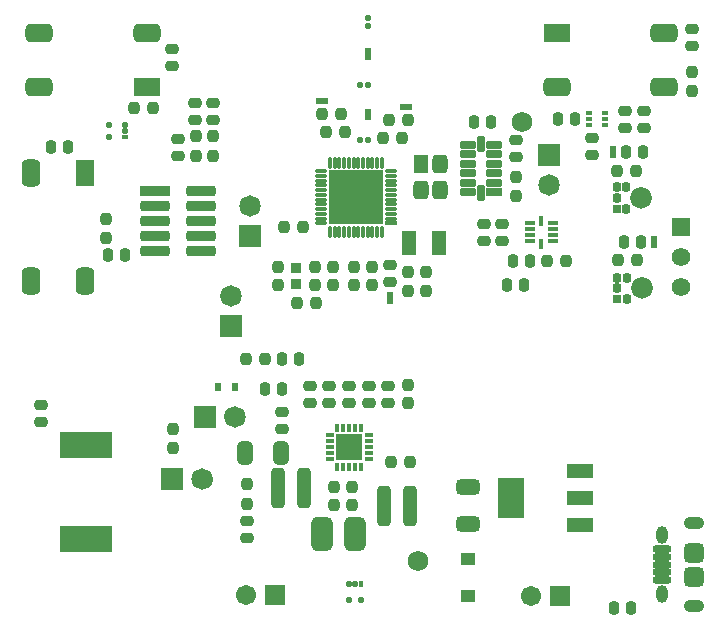
<source format=gts>
G04*
G04 #@! TF.GenerationSoftware,Altium Limited,Altium Designer,22.9.1 (49)*
G04*
G04 Layer_Color=8388736*
%FSLAX44Y44*%
%MOMM*%
G71*
G04*
G04 #@! TF.SameCoordinates,01709E0F-AE19-4BD8-882A-F161264F200E*
G04*
G04*
G04 #@! TF.FilePolarity,Negative*
G04*
G01*
G75*
%ADD77C,0.0000*%
G04:AMPARAMS|DCode=78|XSize=2.3032mm|YSize=1.6032mm|CornerRadius=0.4516mm|HoleSize=0mm|Usage=FLASHONLY|Rotation=0.000|XOffset=0mm|YOffset=0mm|HoleType=Round|Shape=RoundedRectangle|*
%AMROUNDEDRECTD78*
21,1,2.3032,0.7000,0,0,0.0*
21,1,1.4000,1.6032,0,0,0.0*
1,1,0.9032,0.7000,-0.3500*
1,1,0.9032,-0.7000,-0.3500*
1,1,0.9032,-0.7000,0.3500*
1,1,0.9032,0.7000,0.3500*
%
%ADD78ROUNDEDRECTD78*%
%ADD79R,2.3032X1.6032*%
%ADD80R,0.7252X0.8032*%
G04:AMPARAMS|DCode=81|XSize=0.8032mm|YSize=0.7252mm|CornerRadius=0.2321mm|HoleSize=0mm|Usage=FLASHONLY|Rotation=90.000|XOffset=0mm|YOffset=0mm|HoleType=Round|Shape=RoundedRectangle|*
%AMROUNDEDRECTD81*
21,1,0.8032,0.2610,0,0,90.0*
21,1,0.3390,0.7252,0,0,90.0*
1,1,0.4642,0.1305,0.1695*
1,1,0.4642,0.1305,-0.1695*
1,1,0.4642,-0.1305,-0.1695*
1,1,0.4642,-0.1305,0.1695*
%
%ADD81ROUNDEDRECTD81*%
G04:AMPARAMS|DCode=82|XSize=0.4mm|YSize=0.9mm|CornerRadius=0.125mm|HoleSize=0mm|Usage=FLASHONLY|Rotation=0.000|XOffset=0mm|YOffset=0mm|HoleType=Round|Shape=RoundedRectangle|*
%AMROUNDEDRECTD82*
21,1,0.4000,0.6500,0,0,0.0*
21,1,0.1500,0.9000,0,0,0.0*
1,1,0.2500,0.0750,-0.3250*
1,1,0.2500,-0.0750,-0.3250*
1,1,0.2500,-0.0750,0.3250*
1,1,0.2500,0.0750,0.3250*
%
%ADD82ROUNDEDRECTD82*%
G04:AMPARAMS|DCode=83|XSize=0.4mm|YSize=0.9mm|CornerRadius=0.125mm|HoleSize=0mm|Usage=FLASHONLY|Rotation=90.000|XOffset=0mm|YOffset=0mm|HoleType=Round|Shape=RoundedRectangle|*
%AMROUNDEDRECTD83*
21,1,0.4000,0.6500,0,0,90.0*
21,1,0.1500,0.9000,0,0,90.0*
1,1,0.2500,0.3250,0.0750*
1,1,0.2500,0.3250,-0.0750*
1,1,0.2500,-0.3250,-0.0750*
1,1,0.2500,-0.3250,0.0750*
%
%ADD83ROUNDEDRECTD83*%
%ADD84R,0.9000X0.4000*%
%ADD85R,0.5032X0.4782*%
G04:AMPARAMS|DCode=86|XSize=1.0032mm|YSize=1.0032mm|CornerRadius=0.3016mm|HoleSize=0mm|Usage=FLASHONLY|Rotation=270.000|XOffset=0mm|YOffset=0mm|HoleType=Round|Shape=RoundedRectangle|*
%AMROUNDEDRECTD86*
21,1,1.0032,0.4000,0,0,270.0*
21,1,0.4000,1.0032,0,0,270.0*
1,1,0.6032,-0.2000,-0.2000*
1,1,0.6032,-0.2000,0.2000*
1,1,0.6032,0.2000,0.2000*
1,1,0.6032,0.2000,-0.2000*
%
%ADD86ROUNDEDRECTD86*%
G04:AMPARAMS|DCode=87|XSize=1.1032mm|YSize=0.8532mm|CornerRadius=0.2641mm|HoleSize=0mm|Usage=FLASHONLY|Rotation=270.000|XOffset=0mm|YOffset=0mm|HoleType=Round|Shape=RoundedRectangle|*
%AMROUNDEDRECTD87*
21,1,1.1032,0.3250,0,0,270.0*
21,1,0.5750,0.8532,0,0,270.0*
1,1,0.5282,-0.1625,-0.2875*
1,1,0.5282,-0.1625,0.2875*
1,1,0.5282,0.1625,0.2875*
1,1,0.5282,0.1625,-0.2875*
%
%ADD87ROUNDEDRECTD87*%
G04:AMPARAMS|DCode=88|XSize=1.0032mm|YSize=1.0032mm|CornerRadius=0.3016mm|HoleSize=0mm|Usage=FLASHONLY|Rotation=0.000|XOffset=0mm|YOffset=0mm|HoleType=Round|Shape=RoundedRectangle|*
%AMROUNDEDRECTD88*
21,1,1.0032,0.4000,0,0,0.0*
21,1,0.4000,1.0032,0,0,0.0*
1,1,0.6032,0.2000,-0.2000*
1,1,0.6032,-0.2000,-0.2000*
1,1,0.6032,-0.2000,0.2000*
1,1,0.6032,0.2000,0.2000*
%
%ADD88ROUNDEDRECTD88*%
G04:AMPARAMS|DCode=89|XSize=1.1032mm|YSize=0.8532mm|CornerRadius=0.2641mm|HoleSize=0mm|Usage=FLASHONLY|Rotation=180.000|XOffset=0mm|YOffset=0mm|HoleType=Round|Shape=RoundedRectangle|*
%AMROUNDEDRECTD89*
21,1,1.1032,0.3250,0,0,180.0*
21,1,0.5750,0.8532,0,0,180.0*
1,1,0.5282,-0.2875,0.1625*
1,1,0.5282,0.2875,0.1625*
1,1,0.5282,0.2875,-0.1625*
1,1,0.5282,-0.2875,-0.1625*
%
%ADD89ROUNDEDRECTD89*%
%ADD90R,4.4032X2.2032*%
%ADD91R,0.9032X0.8532*%
G04:AMPARAMS|DCode=92|XSize=0.34mm|YSize=0.98mm|CornerRadius=0.115mm|HoleSize=0mm|Usage=FLASHONLY|Rotation=180.000|XOffset=0mm|YOffset=0mm|HoleType=Round|Shape=RoundedRectangle|*
%AMROUNDEDRECTD92*
21,1,0.3400,0.7500,0,0,180.0*
21,1,0.1100,0.9800,0,0,180.0*
1,1,0.2300,-0.0550,0.3750*
1,1,0.2300,0.0550,0.3750*
1,1,0.2300,0.0550,-0.3750*
1,1,0.2300,-0.0550,-0.3750*
%
%ADD92ROUNDEDRECTD92*%
G04:AMPARAMS|DCode=93|XSize=0.34mm|YSize=0.98mm|CornerRadius=0.115mm|HoleSize=0mm|Usage=FLASHONLY|Rotation=270.000|XOffset=0mm|YOffset=0mm|HoleType=Round|Shape=RoundedRectangle|*
%AMROUNDEDRECTD93*
21,1,0.3400,0.7500,0,0,270.0*
21,1,0.1100,0.9800,0,0,270.0*
1,1,0.2300,-0.3750,-0.0550*
1,1,0.2300,-0.3750,0.0550*
1,1,0.2300,0.3750,0.0550*
1,1,0.2300,0.3750,-0.0550*
%
%ADD93ROUNDEDRECTD93*%
%ADD94R,0.9800X0.3400*%
%ADD95R,4.6532X4.6532*%
%ADD96C,1.7272*%
%ADD97R,0.6032X0.7032*%
G04:AMPARAMS|DCode=98|XSize=1.3208mm|YSize=2.0066mm|CornerRadius=0.381mm|HoleSize=0mm|Usage=FLASHONLY|Rotation=180.000|XOffset=0mm|YOffset=0mm|HoleType=Round|Shape=RoundedRectangle|*
%AMROUNDEDRECTD98*
21,1,1.3208,1.2446,0,0,180.0*
21,1,0.5588,2.0066,0,0,180.0*
1,1,0.7620,-0.2794,0.6223*
1,1,0.7620,0.2794,0.6223*
1,1,0.7620,0.2794,-0.6223*
1,1,0.7620,-0.2794,-0.6223*
%
%ADD98ROUNDEDRECTD98*%
G04:AMPARAMS|DCode=99|XSize=1.3208mm|YSize=2.0062mm|CornerRadius=0.381mm|HoleSize=0mm|Usage=FLASHONLY|Rotation=180.000|XOffset=0mm|YOffset=0mm|HoleType=Round|Shape=RoundedRectangle|*
%AMROUNDEDRECTD99*
21,1,1.3208,1.2442,0,0,180.0*
21,1,0.5588,2.0062,0,0,180.0*
1,1,0.7620,-0.2794,0.6221*
1,1,0.7620,0.2794,0.6221*
1,1,0.7620,0.2794,-0.6221*
1,1,0.7620,-0.2794,-0.6221*
%
%ADD99ROUNDEDRECTD99*%
%ADD100R,1.6032X2.3032*%
G04:AMPARAMS|DCode=101|XSize=2.3032mm|YSize=1.6032mm|CornerRadius=0.4516mm|HoleSize=0mm|Usage=FLASHONLY|Rotation=270.000|XOffset=0mm|YOffset=0mm|HoleType=Round|Shape=RoundedRectangle|*
%AMROUNDEDRECTD101*
21,1,2.3032,0.7000,0,0,270.0*
21,1,1.4000,1.6032,0,0,270.0*
1,1,0.9032,-0.3500,-0.7000*
1,1,0.9032,-0.3500,0.7000*
1,1,0.9032,0.3500,0.7000*
1,1,0.9032,0.3500,-0.7000*
%
%ADD101ROUNDEDRECTD101*%
%ADD102R,0.5770X0.4270*%
G04:AMPARAMS|DCode=103|XSize=0.427mm|YSize=0.577mm|CornerRadius=0.1385mm|HoleSize=0mm|Usage=FLASHONLY|Rotation=270.000|XOffset=0mm|YOffset=0mm|HoleType=Round|Shape=RoundedRectangle|*
%AMROUNDEDRECTD103*
21,1,0.4270,0.3000,0,0,270.0*
21,1,0.1500,0.5770,0,0,270.0*
1,1,0.2770,-0.1500,-0.0750*
1,1,0.2770,-0.1500,0.0750*
1,1,0.2770,0.1500,0.0750*
1,1,0.2770,0.1500,-0.0750*
%
%ADD103ROUNDEDRECTD103*%
%ADD104R,0.4782X0.5032*%
%ADD105R,1.3032X2.1032*%
%ADD106R,1.3032X1.6032*%
G04:AMPARAMS|DCode=107|XSize=1.6032mm|YSize=1.3032mm|CornerRadius=0.3766mm|HoleSize=0mm|Usage=FLASHONLY|Rotation=270.000|XOffset=0mm|YOffset=0mm|HoleType=Round|Shape=RoundedRectangle|*
%AMROUNDEDRECTD107*
21,1,1.6032,0.5500,0,0,270.0*
21,1,0.8500,1.3032,0,0,270.0*
1,1,0.7532,-0.2750,-0.4250*
1,1,0.7532,-0.2750,0.4250*
1,1,0.7532,0.2750,0.4250*
1,1,0.7532,0.2750,-0.4250*
%
%ADD107ROUNDEDRECTD107*%
%ADD108R,1.3482X0.7532*%
G04:AMPARAMS|DCode=109|XSize=0.7532mm|YSize=1.3482mm|CornerRadius=0.2391mm|HoleSize=0mm|Usage=FLASHONLY|Rotation=270.000|XOffset=0mm|YOffset=0mm|HoleType=Round|Shape=RoundedRectangle|*
%AMROUNDEDRECTD109*
21,1,0.7532,0.8700,0,0,270.0*
21,1,0.2750,1.3482,0,0,270.0*
1,1,0.4782,-0.4350,-0.1375*
1,1,0.4782,-0.4350,0.1375*
1,1,0.4782,0.4350,0.1375*
1,1,0.4782,0.4350,-0.1375*
%
%ADD109ROUNDEDRECTD109*%
G04:AMPARAMS|DCode=110|XSize=0.7532mm|YSize=1.3482mm|CornerRadius=0.2391mm|HoleSize=0mm|Usage=FLASHONLY|Rotation=180.000|XOffset=0mm|YOffset=0mm|HoleType=Round|Shape=RoundedRectangle|*
%AMROUNDEDRECTD110*
21,1,0.7532,0.8700,0,0,180.0*
21,1,0.2750,1.3482,0,0,180.0*
1,1,0.4782,-0.1375,0.4350*
1,1,0.4782,0.1375,0.4350*
1,1,0.4782,0.1375,-0.4350*
1,1,0.4782,-0.1375,-0.4350*
%
%ADD110ROUNDEDRECTD110*%
%ADD111R,0.7400X0.3800*%
G04:AMPARAMS|DCode=112|XSize=0.38mm|YSize=0.74mm|CornerRadius=0.13mm|HoleSize=0mm|Usage=FLASHONLY|Rotation=270.000|XOffset=0mm|YOffset=0mm|HoleType=Round|Shape=RoundedRectangle|*
%AMROUNDEDRECTD112*
21,1,0.3800,0.4800,0,0,270.0*
21,1,0.1200,0.7400,0,0,270.0*
1,1,0.2600,-0.2400,-0.0600*
1,1,0.2600,-0.2400,0.0600*
1,1,0.2600,0.2400,0.0600*
1,1,0.2600,0.2400,-0.0600*
%
%ADD112ROUNDEDRECTD112*%
G04:AMPARAMS|DCode=113|XSize=0.38mm|YSize=0.74mm|CornerRadius=0.13mm|HoleSize=0mm|Usage=FLASHONLY|Rotation=180.000|XOffset=0mm|YOffset=0mm|HoleType=Round|Shape=RoundedRectangle|*
%AMROUNDEDRECTD113*
21,1,0.3800,0.4800,0,0,180.0*
21,1,0.1200,0.7400,0,0,180.0*
1,1,0.2600,-0.0600,0.2400*
1,1,0.2600,0.0600,0.2400*
1,1,0.2600,0.0600,-0.2400*
1,1,0.2600,-0.0600,-0.2400*
%
%ADD113ROUNDEDRECTD113*%
%ADD114R,2.1900X2.1900*%
G04:AMPARAMS|DCode=115|XSize=3.4032mm|YSize=1.2032mm|CornerRadius=0.3516mm|HoleSize=0mm|Usage=FLASHONLY|Rotation=270.000|XOffset=0mm|YOffset=0mm|HoleType=Round|Shape=RoundedRectangle|*
%AMROUNDEDRECTD115*
21,1,3.4032,0.5000,0,0,270.0*
21,1,2.7000,1.2032,0,0,270.0*
1,1,0.7032,-0.2500,-1.3500*
1,1,0.7032,-0.2500,1.3500*
1,1,0.7032,0.2500,1.3500*
1,1,0.7032,0.2500,-1.3500*
%
%ADD115ROUNDEDRECTD115*%
G04:AMPARAMS|DCode=116|XSize=0.6032mm|YSize=1.5532mm|CornerRadius=0.2016mm|HoleSize=0mm|Usage=FLASHONLY|Rotation=90.000|XOffset=0mm|YOffset=0mm|HoleType=Round|Shape=RoundedRectangle|*
%AMROUNDEDRECTD116*
21,1,0.6032,1.1500,0,0,90.0*
21,1,0.2000,1.5532,0,0,90.0*
1,1,0.4032,0.5750,0.1000*
1,1,0.4032,0.5750,-0.1000*
1,1,0.4032,-0.5750,-0.1000*
1,1,0.4032,-0.5750,0.1000*
%
%ADD116ROUNDEDRECTD116*%
G04:AMPARAMS|DCode=117|XSize=1.7032mm|YSize=1.7532mm|CornerRadius=0.4766mm|HoleSize=0mm|Usage=FLASHONLY|Rotation=90.000|XOffset=0mm|YOffset=0mm|HoleType=Round|Shape=RoundedRectangle|*
%AMROUNDEDRECTD117*
21,1,1.7032,0.8000,0,0,90.0*
21,1,0.7500,1.7532,0,0,90.0*
1,1,0.9532,0.4000,0.3750*
1,1,0.9532,0.4000,-0.3750*
1,1,0.9532,-0.4000,-0.3750*
1,1,0.9532,-0.4000,0.3750*
%
%ADD117ROUNDEDRECTD117*%
G04:AMPARAMS|DCode=118|XSize=0.427mm|YSize=0.577mm|CornerRadius=0.1385mm|HoleSize=0mm|Usage=FLASHONLY|Rotation=0.000|XOffset=0mm|YOffset=0mm|HoleType=Round|Shape=RoundedRectangle|*
%AMROUNDEDRECTD118*
21,1,0.4270,0.3000,0,0,0.0*
21,1,0.1500,0.5770,0,0,0.0*
1,1,0.2770,0.0750,-0.1500*
1,1,0.2770,-0.0750,-0.1500*
1,1,0.2770,-0.0750,0.1500*
1,1,0.2770,0.0750,0.1500*
%
%ADD118ROUNDEDRECTD118*%
%ADD119R,0.4270X0.5770*%
%ADD120R,2.3032X3.4032*%
%ADD121R,2.3032X1.2032*%
G04:AMPARAMS|DCode=122|XSize=1.3208mm|YSize=2.0062mm|CornerRadius=0.381mm|HoleSize=0mm|Usage=FLASHONLY|Rotation=90.000|XOffset=0mm|YOffset=0mm|HoleType=Round|Shape=RoundedRectangle|*
%AMROUNDEDRECTD122*
21,1,1.3208,1.2442,0,0,90.0*
21,1,0.5588,2.0062,0,0,90.0*
1,1,0.7620,0.6221,0.2794*
1,1,0.7620,0.6221,-0.2794*
1,1,0.7620,-0.6221,-0.2794*
1,1,0.7620,-0.6221,0.2794*
%
%ADD122ROUNDEDRECTD122*%
G04:AMPARAMS|DCode=123|XSize=1.3208mm|YSize=2.0066mm|CornerRadius=0.381mm|HoleSize=0mm|Usage=FLASHONLY|Rotation=90.000|XOffset=0mm|YOffset=0mm|HoleType=Round|Shape=RoundedRectangle|*
%AMROUNDEDRECTD123*
21,1,1.3208,1.2446,0,0,90.0*
21,1,0.5588,2.0066,0,0,90.0*
1,1,0.7620,0.6223,0.2794*
1,1,0.7620,0.6223,-0.2794*
1,1,0.7620,-0.6223,-0.2794*
1,1,0.7620,-0.6223,0.2794*
%
%ADD123ROUNDEDRECTD123*%
%ADD124R,1.1532X1.1032*%
G04:AMPARAMS|DCode=125|XSize=2.9032mm|YSize=1.8032mm|CornerRadius=0.5016mm|HoleSize=0mm|Usage=FLASHONLY|Rotation=270.000|XOffset=0mm|YOffset=0mm|HoleType=Round|Shape=RoundedRectangle|*
%AMROUNDEDRECTD125*
21,1,2.9032,0.8000,0,0,270.0*
21,1,1.9000,1.8032,0,0,270.0*
1,1,1.0032,-0.4000,-0.9500*
1,1,1.0032,-0.4000,0.9500*
1,1,1.0032,0.4000,0.9500*
1,1,1.0032,0.4000,-0.9500*
%
%ADD125ROUNDEDRECTD125*%
G04:AMPARAMS|DCode=126|XSize=0.42mm|YSize=0.57mm|CornerRadius=0.135mm|HoleSize=0mm|Usage=FLASHONLY|Rotation=90.000|XOffset=0mm|YOffset=0mm|HoleType=Round|Shape=RoundedRectangle|*
%AMROUNDEDRECTD126*
21,1,0.4200,0.3000,0,0,90.0*
21,1,0.1500,0.5700,0,0,90.0*
1,1,0.2700,0.1500,0.0750*
1,1,0.2700,0.1500,-0.0750*
1,1,0.2700,-0.1500,-0.0750*
1,1,0.2700,-0.1500,0.0750*
%
%ADD126ROUNDEDRECTD126*%
%ADD127R,0.5700X0.4200*%
%ADD128R,2.5016X0.8616*%
G04:AMPARAMS|DCode=129|XSize=0.8616mm|YSize=2.5016mm|CornerRadius=0.2408mm|HoleSize=0mm|Usage=FLASHONLY|Rotation=270.000|XOffset=0mm|YOffset=0mm|HoleType=Round|Shape=RoundedRectangle|*
%AMROUNDEDRECTD129*
21,1,0.8616,2.0200,0,0,270.0*
21,1,0.3800,2.5016,0,0,270.0*
1,1,0.4816,-1.0100,-0.1900*
1,1,0.4816,-1.0100,0.1900*
1,1,0.4816,1.0100,0.1900*
1,1,0.4816,1.0100,-0.1900*
%
%ADD129ROUNDEDRECTD129*%
G04:AMPARAMS|DCode=130|XSize=0.54mm|YSize=0.49mm|CornerRadius=0.1575mm|HoleSize=0mm|Usage=FLASHONLY|Rotation=180.000|XOffset=0mm|YOffset=0mm|HoleType=Round|Shape=RoundedRectangle|*
%AMROUNDEDRECTD130*
21,1,0.5400,0.1750,0,0,180.0*
21,1,0.2250,0.4900,0,0,180.0*
1,1,0.3150,-0.1125,0.0875*
1,1,0.3150,0.1125,0.0875*
1,1,0.3150,0.1125,-0.0875*
1,1,0.3150,-0.1125,-0.0875*
%
%ADD130ROUNDEDRECTD130*%
%ADD131R,0.5032X0.5032*%
G04:AMPARAMS|DCode=132|XSize=0.54mm|YSize=0.49mm|CornerRadius=0.1575mm|HoleSize=0mm|Usage=FLASHONLY|Rotation=90.000|XOffset=0mm|YOffset=0mm|HoleType=Round|Shape=RoundedRectangle|*
%AMROUNDEDRECTD132*
21,1,0.5400,0.1750,0,0,90.0*
21,1,0.2250,0.4900,0,0,90.0*
1,1,0.3150,0.0875,0.1125*
1,1,0.3150,0.0875,-0.1125*
1,1,0.3150,-0.0875,-0.1125*
1,1,0.3150,-0.0875,0.1125*
%
%ADD132ROUNDEDRECTD132*%
%ADD133C,1.8300*%
%ADD134R,1.8232X1.8232*%
%ADD135C,1.8232*%
%ADD136R,1.5732X1.5732*%
%ADD137C,1.5732*%
%ADD138R,1.7112X1.7112*%
%ADD139C,1.7112*%
%ADD140O,1.0160X1.5032*%
%ADD141O,1.7532X1.0160*%
%ADD142R,1.8232X1.8232*%
D77*
X460981Y401320D02*
G03*
X460981Y401320I-8611J0D01*
G01*
Y375920D02*
G03*
X460981Y375920I-8611J0D01*
G01*
X191491Y281940D02*
G03*
X191491Y281940I-8611J0D01*
G01*
Y256540D02*
G03*
X191491Y256540I-8611J0D01*
G01*
X207751Y332740D02*
G03*
X207751Y332740I-8611J0D01*
G01*
Y358140D02*
G03*
X207751Y358140I-8611J0D01*
G01*
X141961Y126742D02*
G03*
X141961Y126742I-8611J0D01*
G01*
X167361D02*
G03*
X167361Y126742I-8611J0D01*
G01*
X194793Y179574D02*
G03*
X194793Y179574I-8611J0D01*
G01*
X169393D02*
G03*
X169393Y179574I-8611J0D01*
G01*
D78*
X549944Y458834D02*
D03*
X458944D02*
D03*
X549944Y504334D02*
D03*
X20646Y458834D02*
D03*
X111646Y504334D02*
D03*
X20646D02*
D03*
D79*
X458944D02*
D03*
X111646Y458834D02*
D03*
D80*
X509590Y355810D02*
D03*
X510120Y279290D02*
D03*
D81*
X517810Y373810D02*
D03*
X509590D02*
D03*
Y364810D02*
D03*
X517810Y355810D02*
D03*
X518340Y279290D02*
D03*
X510120Y288290D02*
D03*
Y297290D02*
D03*
X518340D02*
D03*
D82*
X445770Y345242D02*
D03*
Y326242D02*
D03*
D83*
X455270Y343242D02*
D03*
Y338242D02*
D03*
Y333242D02*
D03*
Y328242D02*
D03*
X436270D02*
D03*
Y333242D02*
D03*
Y338242D02*
D03*
D84*
Y343242D02*
D03*
D85*
X506730Y406485D02*
D03*
Y401235D02*
D03*
X541020Y325035D02*
D03*
Y330285D02*
D03*
X317754Y277876D02*
D03*
Y283126D02*
D03*
D86*
X525810Y387934D02*
D03*
X509810D02*
D03*
X526540Y312420D02*
D03*
X510540D02*
D03*
X117220Y440690D02*
D03*
X101220D02*
D03*
X333120Y430530D02*
D03*
X317120D02*
D03*
X312040Y415290D02*
D03*
X328040D02*
D03*
X450470Y311612D02*
D03*
X466470D02*
D03*
X254888Y275590D02*
D03*
X238888D02*
D03*
X195712Y228706D02*
D03*
X212212D02*
D03*
X334390Y140970D02*
D03*
X318390D02*
D03*
X269876Y104796D02*
D03*
X285876D02*
D03*
X269876Y120036D02*
D03*
X285876D02*
D03*
X228220Y340360D02*
D03*
X244220D02*
D03*
X259970Y435610D02*
D03*
X275970D02*
D03*
X263780Y420370D02*
D03*
X279780D02*
D03*
D87*
X530490Y327660D02*
D03*
X515990D02*
D03*
X531760Y403860D02*
D03*
X517260D02*
D03*
X226198Y203454D02*
D03*
X211698D02*
D03*
X45350Y407670D02*
D03*
X30850D02*
D03*
X93610Y316230D02*
D03*
X79110D02*
D03*
X431430Y290830D02*
D03*
X416930D02*
D03*
X507100Y17526D02*
D03*
X521600D02*
D03*
X422010Y311612D02*
D03*
X436510D02*
D03*
X388990Y429260D02*
D03*
X403490D02*
D03*
X240422Y228706D02*
D03*
X225922D02*
D03*
X474610Y431800D02*
D03*
X460110D02*
D03*
D88*
X332486Y302386D02*
D03*
Y286386D02*
D03*
X347980Y286386D02*
D03*
Y302386D02*
D03*
X254254Y306830D02*
D03*
Y290830D02*
D03*
X269494Y290830D02*
D03*
Y306830D02*
D03*
X287274D02*
D03*
Y290830D02*
D03*
X133604Y169544D02*
D03*
Y153544D02*
D03*
X196596Y122296D02*
D03*
Y105796D02*
D03*
X77470Y331090D02*
D03*
Y347090D02*
D03*
X222504Y290830D02*
D03*
Y306830D02*
D03*
X153670Y400690D02*
D03*
Y417190D02*
D03*
X167640Y400690D02*
D03*
Y417190D02*
D03*
X332486Y206882D02*
D03*
Y190882D02*
D03*
X573024Y471550D02*
D03*
Y455550D02*
D03*
X424180Y366650D02*
D03*
Y382650D02*
D03*
X302514Y290830D02*
D03*
Y306830D02*
D03*
D89*
X532874Y424004D02*
D03*
Y438504D02*
D03*
X516364D02*
D03*
Y424004D02*
D03*
X21844Y189622D02*
D03*
Y175122D02*
D03*
X226060Y169280D02*
D03*
Y183780D02*
D03*
X196596Y76824D02*
D03*
Y91324D02*
D03*
X138430Y400420D02*
D03*
Y414920D02*
D03*
X133350Y476620D02*
D03*
Y491120D02*
D03*
X152400Y430900D02*
D03*
Y445400D02*
D03*
X167640D02*
D03*
Y430900D02*
D03*
X299466Y191230D02*
D03*
Y205730D02*
D03*
X315976Y205624D02*
D03*
Y191124D02*
D03*
X282702Y191230D02*
D03*
Y205730D02*
D03*
X266192Y191230D02*
D03*
Y205730D02*
D03*
X249682D02*
D03*
Y191230D02*
D03*
X573024Y493584D02*
D03*
Y508084D02*
D03*
X424180Y399150D02*
D03*
Y413650D02*
D03*
X488950Y401320D02*
D03*
Y415820D02*
D03*
X412750Y328492D02*
D03*
Y342992D02*
D03*
X397510D02*
D03*
Y328492D02*
D03*
X317480Y307981D02*
D03*
Y293481D02*
D03*
D90*
X60198Y155824D02*
D03*
Y75824D02*
D03*
D91*
X237744Y305580D02*
D03*
Y292080D02*
D03*
D92*
X266830Y336122D02*
D03*
X270830D02*
D03*
X266830Y394822D02*
D03*
X270830D02*
D03*
X274830D02*
D03*
Y336122D02*
D03*
X278830D02*
D03*
X282830D02*
D03*
X286830D02*
D03*
X290830D02*
D03*
X294830D02*
D03*
X298830D02*
D03*
X302830D02*
D03*
X306830D02*
D03*
X310830D02*
D03*
X278830Y394822D02*
D03*
X282830D02*
D03*
X286830D02*
D03*
X290830D02*
D03*
X294830D02*
D03*
X298830D02*
D03*
X302830D02*
D03*
X306830D02*
D03*
X310830D02*
D03*
D93*
X259480Y343472D02*
D03*
Y347472D02*
D03*
Y351472D02*
D03*
Y355472D02*
D03*
Y359472D02*
D03*
Y363472D02*
D03*
Y367472D02*
D03*
Y371472D02*
D03*
Y375472D02*
D03*
Y379472D02*
D03*
Y383472D02*
D03*
Y387472D02*
D03*
X318180Y347472D02*
D03*
Y351472D02*
D03*
Y355472D02*
D03*
Y359472D02*
D03*
Y363472D02*
D03*
Y367472D02*
D03*
Y371472D02*
D03*
Y375472D02*
D03*
Y379472D02*
D03*
Y383472D02*
D03*
Y387472D02*
D03*
D94*
Y343472D02*
D03*
D95*
X288830Y365472D02*
D03*
D96*
X341376Y57912D02*
D03*
X429768Y429260D02*
D03*
D97*
X172070Y204978D02*
D03*
X186070D02*
D03*
D98*
X194564Y149352D02*
D03*
D99*
X225552D02*
D03*
D100*
X59580Y385860D02*
D03*
D101*
Y294860D02*
D03*
X14080Y385860D02*
D03*
Y294860D02*
D03*
D102*
X93110Y416640D02*
D03*
D103*
Y421640D02*
D03*
Y426640D02*
D03*
X79610D02*
D03*
Y416640D02*
D03*
D104*
X328845Y441960D02*
D03*
X334095D02*
D03*
X262975Y447040D02*
D03*
X257725D02*
D03*
D105*
X358956Y326644D02*
D03*
X333956D02*
D03*
D106*
X344170Y393700D02*
D03*
D107*
Y371700D02*
D03*
X360170D02*
D03*
Y393700D02*
D03*
D108*
X405945Y369890D02*
D03*
D109*
Y377890D02*
D03*
Y385890D02*
D03*
Y393890D02*
D03*
Y401890D02*
D03*
Y409890D02*
D03*
X383995D02*
D03*
Y401890D02*
D03*
Y393890D02*
D03*
Y385890D02*
D03*
Y377890D02*
D03*
Y369890D02*
D03*
D110*
X394970Y410865D02*
D03*
Y368915D02*
D03*
D111*
X299466Y143950D02*
D03*
D112*
Y148950D02*
D03*
Y153950D02*
D03*
Y158950D02*
D03*
Y163950D02*
D03*
X266466D02*
D03*
Y158950D02*
D03*
Y153950D02*
D03*
Y148950D02*
D03*
Y143950D02*
D03*
D113*
X292966Y170450D02*
D03*
X287966D02*
D03*
X282966D02*
D03*
X277966D02*
D03*
X272966D02*
D03*
Y137450D02*
D03*
X277966D02*
D03*
X282966D02*
D03*
X287966D02*
D03*
X292966D02*
D03*
D114*
X282966Y153950D02*
D03*
D115*
X244934Y119634D02*
D03*
X222934D02*
D03*
X334596Y104394D02*
D03*
X312596D02*
D03*
D116*
X548310Y41302D02*
D03*
Y47802D02*
D03*
Y54302D02*
D03*
Y60802D02*
D03*
Y67302D02*
D03*
D117*
X575310Y44302D02*
D03*
Y64302D02*
D03*
D118*
X293290Y24746D02*
D03*
X283290D02*
D03*
Y38246D02*
D03*
X288290D02*
D03*
D119*
X293290D02*
D03*
D120*
X419826Y110744D02*
D03*
D121*
X478826Y133744D02*
D03*
Y110744D02*
D03*
Y87744D02*
D03*
D122*
X383794Y88752D02*
D03*
D123*
Y119740D02*
D03*
D124*
X384048Y59036D02*
D03*
Y27536D02*
D03*
D125*
X260066Y80010D02*
D03*
X288066D02*
D03*
D126*
X499510Y436800D02*
D03*
Y431800D02*
D03*
Y426800D02*
D03*
X486010D02*
D03*
Y431800D02*
D03*
D127*
Y436800D02*
D03*
D128*
X118930Y370840D02*
D03*
D129*
X157930D02*
D03*
X118930Y358140D02*
D03*
X157930D02*
D03*
X118930Y345440D02*
D03*
X157930D02*
D03*
X118930Y332740D02*
D03*
X157930D02*
D03*
X118930Y320040D02*
D03*
X157930D02*
D03*
D130*
X298921Y510338D02*
D03*
Y516838D02*
D03*
D131*
X298973Y484518D02*
D03*
Y489018D02*
D03*
Y433072D02*
D03*
Y437572D02*
D03*
D132*
X292317Y460619D02*
D03*
X298817D02*
D03*
Y414225D02*
D03*
X292317D02*
D03*
D133*
X530330Y364810D02*
D03*
X530860Y288290D02*
D03*
D134*
X452370Y401320D02*
D03*
X182880Y256540D02*
D03*
X199140Y332740D02*
D03*
D135*
X452370Y375920D02*
D03*
X182880Y281940D02*
D03*
X199140Y358140D02*
D03*
X158750Y126742D02*
D03*
X186182Y179574D02*
D03*
D136*
X563880Y340360D02*
D03*
D137*
Y314960D02*
D03*
Y289560D02*
D03*
D138*
X461826Y27912D02*
D03*
X220526Y28448D02*
D03*
D139*
X436826Y27912D02*
D03*
X195526Y28448D02*
D03*
D140*
X548310Y29302D02*
D03*
Y79302D02*
D03*
D141*
X575310Y19302D02*
D03*
Y89302D02*
D03*
D142*
X133350Y126742D02*
D03*
X160782Y179574D02*
D03*
M02*

</source>
